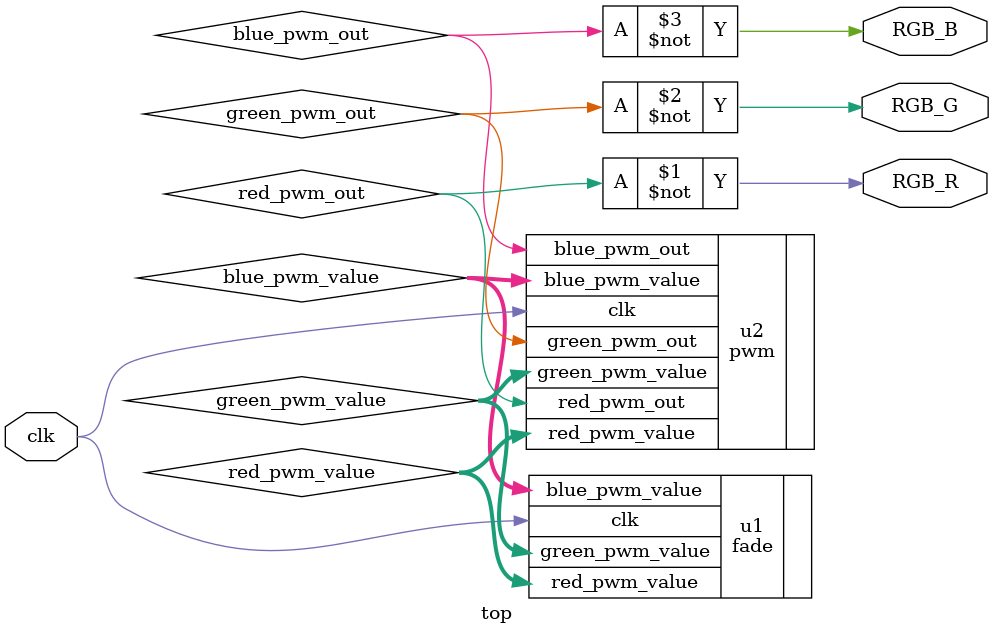
<source format=sv>
`include "mp2.sv"
`include "pwm.sv"


module top #(
    parameter PWM_INTERVAL = 1200       // CLK frequency is 12MHz, so 1,200 cycles is 100us
)(
    input logic     clk, 
    output logic    RGB_R,
    output logic    RGB_G,
    output logic    RGB_B
);

    logic [$clog2(PWM_INTERVAL) - 1:0] red_pwm_value;
    logic [$clog2(PWM_INTERVAL) - 1:0] green_pwm_value;
    logic [$clog2(PWM_INTERVAL) - 1:0] blue_pwm_value;
    logic red_pwm_out;
    logic green_pwm_out;
    logic blue_pwm_out;

    fade #(
        .PWM_INTERVAL   (PWM_INTERVAL)
    ) u1 (
        .clk            (clk), 
        .red_pwm_value  (red_pwm_value),
        .green_pwm_value(green_pwm_value),
        .blue_pwm_value (blue_pwm_value)
    );

    pwm #(
        .PWM_INTERVAL   (PWM_INTERVAL)
    ) u2 (
        .clk            (clk), 
        .red_pwm_value  (red_pwm_value), 
        .green_pwm_value(green_pwm_value),
        .blue_pwm_value (blue_pwm_value),
        .red_pwm_out    (red_pwm_out), 
        .green_pwm_out  (green_pwm_out),
        .blue_pwm_out   (blue_pwm_out)
    );

    assign RGB_R = ~red_pwm_out;
    assign RGB_G = ~green_pwm_out;
    assign RGB_B = ~blue_pwm_out;

endmodule

</source>
